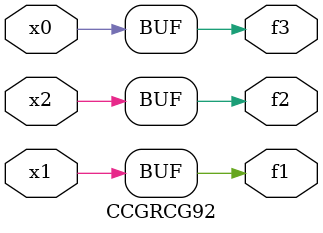
<source format=v>
module CCGRCG92(
	input x0, x1, x2,
	output f1, f2, f3
);
	assign f1 = x1;
	assign f2 = x2;
	assign f3 = x0;
endmodule

</source>
